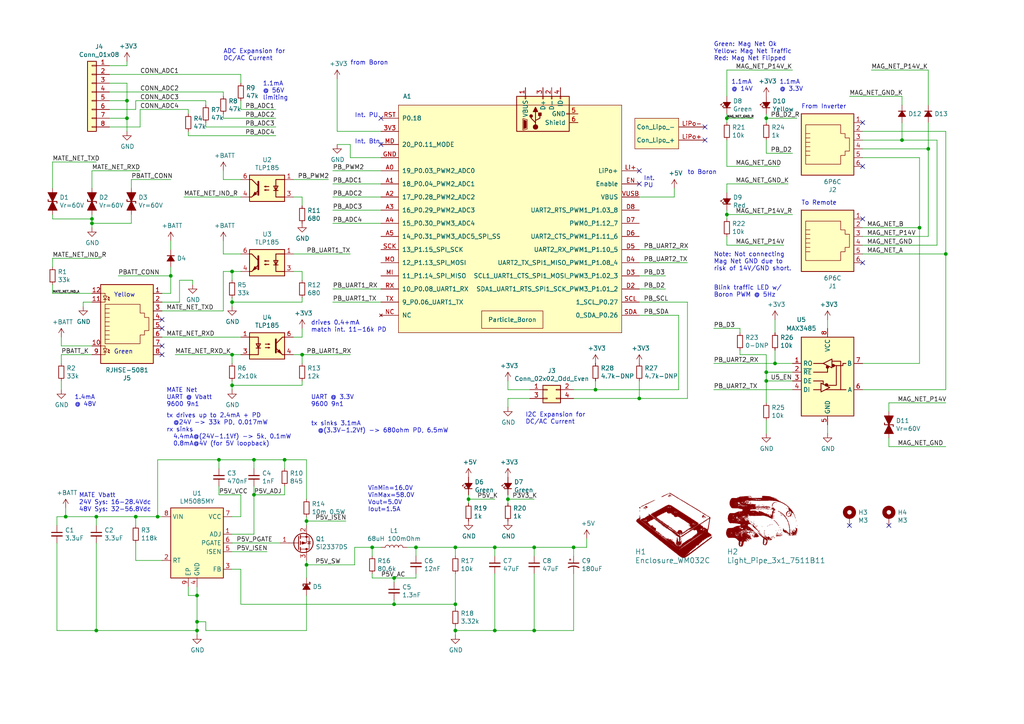
<source format=kicad_sch>
(kicad_sch (version 20211123) (generator eeschema)
  (paper "A4")
  (title_block (title "Mate Net Monitor") (date "2021-08-24") (rev "P1") (company "Designed By: Ian Hartwig") (comment 1 "Baseboard PCBA for MATE Net monitoring with a Particle Boron"))
  (lib_symbols
    (symbol "Connector:6P6C" (pin_names (offset 1.016))
      (property "Reference" "J" (at -5.08 11.43 0))
      (property "Value" "6P6C" (at 2.54 11.43 0))
      (symbol "6P6C_1_1"
        (pin passive line (at 10.16 -5.08 180) (length 2.54) (name "~") (number "1"))
        (pin passive line (at 10.16 -2.54 180) (length 2.54) (name "~") (number "2"))
        (pin passive line (at 10.16 0 180) (length 2.54) (name "~") (number "3"))
        (pin passive line (at 10.16 2.54 180) (length 2.54) (name "~") (number "4"))
        (pin passive line (at 10.16 5.08 180) (length 2.54) (name "~") (number "5"))
        (pin passive line (at 10.16 7.62 180) (length 2.54) (name "~") (number "6"))
      )
    )
    (symbol "Connector:RJ45_LED" (pin_names (offset 1.016))
      (property "Reference" "J" (at -5.08 13.97 0))
      (property "Value" "RJ45_LED" (at 1.27 13.97 0))
      (symbol "RJ45_LED_1_1"
        (pin passive line (at 10.16 -7.62 180) (length 2.54) (name "~") (number "1"))
        (pin passive line (at -10.16 7.62 0) (length 2.54) (name "~") (number "10"))
        (pin passive line (at -10.16 -5.08 0) (length 2.54) (name "~") (number "11"))
        (pin passive line (at -10.16 -7.62 0) (length 2.54) (name "~") (number "12"))
        (pin passive line (at 10.16 -5.08 180) (length 2.54) (name "~") (number "2"))
        (pin passive line (at 10.16 -2.54 180) (length 2.54) (name "~") (number "3"))
        (pin passive line (at 10.16 0 180) (length 2.54) (name "~") (number "4"))
        (pin passive line (at 10.16 2.54 180) (length 2.54) (name "~") (number "5"))
        (pin passive line (at 10.16 5.08 180) (length 2.54) (name "~") (number "6"))
        (pin passive line (at 10.16 7.62 180) (length 2.54) (name "~") (number "7"))
        (pin passive line (at 10.16 10.16 180) (length 2.54) (name "~") (number "8"))
        (pin passive line (at -10.16 10.16 0) (length 2.54) (name "~") (number "9"))
      )
    )
    (symbol "Connector_Generic:Conn_01x08" (pin_names (offset 1.016) hide)
      (property "Reference" "J" (at 0 10.16 0))
      (property "Value" "Conn_01x08" (at 0 -12.7 0))
      (symbol "Conn_01x08_1_1"
        (pin passive line (at -5.08 7.62 0) (length 3.81) (name "Pin_1") (number "1"))
        (pin passive line (at -5.08 5.08 0) (length 3.81) (name "Pin_2") (number "2"))
        (pin passive line (at -5.08 2.54 0) (length 3.81) (name "Pin_3") (number "3"))
        (pin passive line (at -5.08 0 0) (length 3.81) (name "Pin_4") (number "4"))
        (pin passive line (at -5.08 -2.54 0) (length 3.81) (name "Pin_5") (number "5"))
        (pin passive line (at -5.08 -5.08 0) (length 3.81) (name "Pin_6") (number "6"))
        (pin passive line (at -5.08 -7.62 0) (length 3.81) (name "Pin_7") (number "7"))
        (pin passive line (at -5.08 -10.16 0) (length 3.81) (name "Pin_8") (number "8"))
      )
    )
    (symbol "Connector_Generic:Conn_02x02_Odd_Even" (pin_names (offset 1.016) hide)
      (property "Reference" "J" (at 1.27 2.54 0))
      (property "Value" "Conn_02x02_Odd_Even" (at 1.27 -5.08 0))
      (symbol "Conn_02x02_Odd_Even_1_1"
        (pin passive line (at -5.08 0 0) (length 3.81) (name "Pin_1") (number "1"))
        (pin passive line (at 7.62 0 180) (length 3.81) (name "Pin_2") (number "2"))
        (pin passive line (at -5.08 -2.54 0) (length 3.81) (name "Pin_3") (number "3"))
        (pin passive line (at 7.62 -2.54 180) (length 3.81) (name "Pin_4") (number "4"))
      )
    )
    (symbol "Device:C_Small" (pin_numbers hide) (pin_names (offset 0.254) hide)
      (property "Reference" "C" (at 0.254 1.778 0))
      (property "Value" "C_Small" (at 0.254 -2.032 0))
      (symbol "C_Small_1_1"
        (pin passive line (at 0 2.54 270) (length 2.032) (name "~") (number "1"))
        (pin passive line (at 0 -2.54 90) (length 2.032) (name "~") (number "2"))
      )
    )
    (symbol "Device:L" (pin_numbers hide) (pin_names (offset 1.016) hide)
      (property "Reference" "L" (at -1.27 0 90))
      (property "Value" "L" (at 1.905 0 90))
      (symbol "L_1_1"
        (pin passive line (at 0 3.81 270) (length 1.27) (name "1") (number "1"))
        (pin passive line (at 0 -3.81 90) (length 1.27) (name "2") (number "2"))
      )
    )
    (symbol "Device:Q_PMOS_GSD" (pin_names (offset 0) hide)
      (property "Reference" "Q" (at 5.08 1.27 0))
      (property "Value" "Q_PMOS_GSD" (at 5.08 -1.27 0))
      (symbol "Q_PMOS_GSD_1_1"
        (pin input line (at -5.08 0 0) (length 2.54) (name "G") (number "1"))
        (pin passive line (at 2.54 -5.08 90) (length 2.54) (name "S") (number "2"))
        (pin passive line (at 2.54 5.08 270) (length 2.54) (name "D") (number "3"))
      )
    )
    (symbol "Device:R_Small" (pin_numbers hide) (pin_names (offset 0.254) hide)
      (property "Reference" "R" (at 0.762 0.508 0))
      (property "Value" "R_Small" (at 0.762 -1.016 0))
      (symbol "R_Small_1_1"
        (pin passive line (at 0 2.54 270) (length 0.762) (name "~") (number "1"))
        (pin passive line (at 0 -2.54 90) (length 0.762) (name "~") (number "2"))
      )
    )
    (symbol "Interface_UART:MAX3485"
      (property "Reference" "U" (at -6.096 11.43 0))
      (property "Value" "MAX3485" (at 0.762 11.43 0))
      (symbol "MAX3485_1_1"
        (pin output line (at -10.16 2.54 0) (length 2.54) (name "RO") (number "1"))
        (pin input line (at -10.16 0 0) (length 2.54) (name "~{RE}") (number "2"))
        (pin input line (at -10.16 -2.54 0) (length 2.54) (name "DE") (number "3"))
        (pin input line (at -10.16 -5.08 0) (length 2.54) (name "DI") (number "4"))
        (pin power_in line (at 0 -15.24 90) (length 2.54) (name "GND") (number "5"))
        (pin bidirectional line (at 10.16 -5.08 180) (length 2.54) (name "A") (number "6"))
        (pin bidirectional line (at 10.16 2.54 180) (length 2.54) (name "B") (number "7"))
        (pin power_in line (at 0 12.7 270) (length 2.54) (name "VCC") (number "8"))
      )
    )
    (symbol "Isolator:TLP185"
      (property "Reference" "U" (at -5.08 5.08 0))
      (property "Value" "TLP185" (at -5.08 -5.08 0))
      (symbol "TLP185_1_1"
        (pin passive line (at -7.62 2.54 0) (length 2.54) (name "~") (number "1"))
        (pin passive line (at -7.62 -2.54 0) (length 2.54) (name "~") (number "3"))
        (pin passive line (at 7.62 -2.54 180) (length 2.54) (name "~") (number "4"))
        (pin passive line (at 7.62 2.54 180) (length 2.54) (name "~") (number "6"))
      )
    )
    (symbol "Mechanical:MountingHole_Pad" (pin_numbers hide) (pin_names (offset 1.016) hide)
      (property "Reference" "H" (at 0 6.35 0))
      (property "Value" "MountingHole_Pad" (at 0 4.445 0))
      (symbol "MountingHole_Pad_1_1"
        (pin input line (at 0 -2.54 90) (length 2.54) (name "1") (number "1"))
      )
    )
    (symbol "mate-net-monitor-rescue:CP1_Small-Device" (pin_numbers hide) (pin_names (offset 0.254) hide)
      (property "Reference" "C" (at 0.254 1.778 0))
      (property "Value" "CP1_Small-Device" (at 0.254 -2.032 0))
      (symbol "CP1_Small-Device_1_1"
        (pin passive line (at 0 2.54 270) (length 2.032) (name "~") (number "1"))
        (pin passive line (at 0 -2.54 90) (length 2.032) (name "~") (number "2"))
      )
    )
    (symbol "mate-net-monitor-rescue:D_Schottky_Small_ALT-Device" (pin_numbers hide) (pin_names (offset 0.254) hide)
      (property "Reference" "D" (at -1.27 2.032 0))
      (property "Value" "D_Schottky_Small_ALT-Device" (at -7.112 -2.032 0))
      (symbol "D_Schottky_Small_ALT-Device_1_1"
        (pin passive line (at -2.54 0 0) (length 1.778) (name "K") (number "1"))
        (pin passive line (at 2.54 0 180) (length 1.778) (name "A") (number "2"))
      )
    )
    (symbol "mate-net-monitor-rescue:D_Small_ALT-Device" (pin_numbers hide) (pin_names (offset 0.254) hide)
      (property "Reference" "D" (at -1.27 2.032 0))
      (property "Value" "D_Small_ALT-Device" (at -3.81 -2.032 0))
      (symbol "D_Small_ALT-Device_1_1"
        (pin passive line (at -2.54 0 0) (length 1.778) (name "K") (number "1"))
        (pin passive line (at 2.54 0 180) (length 1.778) (name "A") (number "2"))
      )
    )
    (symbol "mate-net-monitor-rescue:D_TVS_ALT-Device" (pin_numbers hide) (pin_names (offset 1.016) hide)
      (property "Reference" "D" (at 0 2.54 0))
      (property "Value" "D_TVS_ALT-Device" (at 0 -2.54 0))
      (symbol "D_TVS_ALT-Device_1_1"
        (pin passive line (at -3.81 0 0) (length 2.54) (name "A1") (number "1"))
        (pin passive line (at 3.81 0 180) (length 2.54) (name "A2") (number "2"))
      )
    )
    (symbol "mate-net-monitor-rescue:LED_Small_ALT-Device" (pin_numbers hide) (pin_names (offset 0.254) hide)
      (property "Reference" "D" (at -1.27 3.175 0))
      (property "Value" "LED_Small_ALT-Device" (at -4.445 -2.54 0))
      (symbol "LED_Small_ALT-Device_1_1"
        (pin passive line (at -2.54 0 0) (length 1.778) (name "K") (number "1"))
        (pin passive line (at 2.54 0 180) (length 1.778) (name "A") (number "2"))
      )
    )
    (symbol "mate-net-monitor-special:Enclosure_WM032C" (pin_names (offset 1.016)))
    (symbol "mate-net-monitor-special:LM5085MY"
      (property "Reference" "U" (at -7.62 11.43 0))
      (property "Value" "LM5085MY" (at -1.27 11.43 0))
      (symbol "LM5085MY_1_1"
        (pin input line (at 10.16 2.54 180) (length 2.54) (name "ADJ") (number "1"))
        (pin input line (at -10.16 -5.08 0) (length 2.54) (name "RT") (number "2"))
        (pin input line (at 10.16 -7.62 180) (length 2.54) (name "FB") (number "3"))
        (pin power_in line (at 0 -12.7 90) (length 2.54) (name "GND") (number "4"))
        (pin input line (at 10.16 -2.54 180) (length 2.54) (name "ISEN") (number "5"))
        (pin output line (at 10.16 0 180) (length 2.54) (name "PGATE") (number "6"))
        (pin power_out line (at 10.16 7.62 180) (length 2.54) (name "VCC") (number "7"))
        (pin power_in line (at -10.16 7.62 0) (length 2.54) (name "VIN") (number "8"))
        (pin passive line (at -2.54 -12.7 90) (length 2.54) (name "EP") (number "9"))
      )
    )
    (symbol "mate-net-monitor-special:Light_Pipe_3x1_7511B11" (pin_names (offset 1.016)))
    (symbol "mate-net-monitor-special:Particle_Boron" (pin_names (offset 1.016))
      (property "Reference" "A" (at -21.59 29.21 0))
      (property "Value" "Particle_Boron" (at 1.27 -27.94 0))
      (symbol "Particle_Boron_1_1"
        (pin power_out line (at 5.08 39.37 270) (length 2.54) (name "VBUS") (number "1"))
        (pin passive line (at 12.7 39.37 270) (length 2.54) (name "D-") (number "2"))
        (pin passive line (at 10.16 39.37 270) (length 2.54) (name "D+") (number "3"))
        (pin power_in line (at -36.83 26.67 0) (length 5.08) (name "~") (number "3V3"))
        (pin passive line (at 15.24 39.37 270) (length 2.54) (name "ID") (number "4"))
        (pin power_out line (at 20.32 31.75 180) (length 2.54) (name "GND") (number "5"))
        (pin passive line (at 20.32 29.21 180) (length 2.54) (name "Shield") (number "6"))
        (pin bidirectional line (at -36.83 15.24 0) (length 5.08) (name "19_P0.03_PWM2_ADC0") (number "A0"))
        (pin bidirectional line (at -36.83 11.43 0) (length 5.08) (name "18_P0.04_PWM2_ADC1") (number "A1"))
        (pin bidirectional line (at -36.83 7.62 0) (length 5.08) (name "17_P0.28_PWM2_ADC2") (number "A2"))
        (pin bidirectional line (at -36.83 3.81 0) (length 5.08) (name "16_P0.29_PWM2_ADC3") (number "A3"))
        (pin bidirectional line (at -36.83 0 0) (length 5.08) (name "15_P0.30_PWM3_ADC4") (number "A4"))
        (pin bidirectional line (at -36.83 -3.81 0) (length 5.08) (name "14_P0.31_PWM3_ADC5_SPI_SS") (number "A5"))
        (pin bidirectional line (at 38.1 -19.05 180) (length 5.08) (name "SDA1_UART1_RTS_SPI1_SCK_PWM3_P1.01_2") (number "D2"))
        (pin bidirectional line (at 38.1 -15.24 180) (length 5.08) (name "SCL1_UART1_CTS_SPI1_MOSI_PWM3_P1.02_3") (number "D3"))
        (pin bidirectional line (at 38.1 -11.43 180) (length 5.08) (name "UART2_TX_SPI1_MISO_PWM1_P1.08_4") (number "D4"))
        (pin bidirectional line (at 38.1 -7.62 180) (length 5.08) (name "UART2_RX_PWM1_P1.10_5") (number "D5"))
        (pin bidirectional line (at 38.1 -3.81 180) (length 5.08) (name "UART2_CTS_PWM1_P1.11_6") (number "D6"))
        (pin bidirectional line (at 38.1 0 180) (length 5.08) (name "PWM0_P1.12_7") (number "D7"))
        (pin bidirectional line (at 38.1 3.81 180) (length 5.08) (name "UART2_RTS_PWM1_P1.03_8") (number "D8"))
        (pin passive line (at 38.1 11.43 180) (length 5.08) (name "Enable") (number "EN"))
        (pin power_in line (at -36.83 19.05 0) (length 5.08) (name "~") (number "GND"))
        (pin power_in line (at 38.1 15.24 180) (length 5.08) (name "LiPo+") (number "LI+"))
        (pin passive line (at 57.15 24.13 180) (length 7.62) (name "Con_Lipo_+") (number "LiPo+"))
        (pin passive line (at 57.15 27.94 180) (length 7.62) (name "Con_Lipo_-") (number "LiPo-"))
        (pin passive line (at -36.83 22.86 0) (length 5.08) (name "20_P0.11_MODE") (number "MD"))
        (pin bidirectional line (at -36.83 -15.24 0) (length 5.08) (name "11_P1.14_SPI_MISO") (number "MI"))
        (pin bidirectional line (at -36.83 -11.43 0) (length 5.08) (name "12_P1.13_SPI_MOSI") (number "MO"))
        (pin no_connect line (at -36.83 -26.67 0) (length 5.08) (name "NC") (number "NC"))
        (pin passive line (at -36.83 30.48 0) (length 5.08) (name "P0.18") (number "RST"))
        (pin input line (at -36.83 -19.05 0) (length 5.08) (name "10_P0.08_UART1_RX") (number "RX"))
        (pin bidirectional line (at -36.83 -7.62 0) (length 5.08) (name "13_P1.15_SPI_SCK") (number "SCK"))
        (pin bidirectional line (at 38.1 -22.86 180) (length 5.08) (name "1_SCL_P0.27") (number "SCL"))
        (pin bidirectional line (at 38.1 -26.67 180) (length 5.08) (name "0_SDA_P0.26") (number "SDA"))
        (pin output line (at -36.83 -22.86 0) (length 5.08) (name "9_P0.06_UART1_TX") (number "TX"))
        (pin power_in line (at 38.1 7.62 180) (length 5.08) (name "VBUS") (number "VUSB"))
      )
    )
    (symbol "power:+3.3V" (power) (pin_names (offset 0))
      (property "Value" "+3.3V" (at 0 3.556 0))
      (symbol "+3.3V_1_1"
        (pin power_in line (at 0 0 90) (length 0) hide (name "+3V3") (number "1"))
      )
    )
    (symbol "power:+3V3" (power) (pin_names (offset 0))
      (property "Value" "+3V3" (at 0 3.556 0))
      (symbol "+3V3_1_1"
        (pin power_in line (at 0 0 90) (length 0) hide (name "+3V3") (number "1"))
      )
    )
    (symbol "power:+5V" (power) (pin_names (offset 0))
      (property "Value" "+5V" (at 0 3.556 0))
      (symbol "+5V_1_1"
        (pin power_in line (at 0 0 90) (length 0) hide (name "+5V") (number "1"))
      )
    )
    (symbol "power:+BATT" (power) (pin_names (offset 0))
      (property "Value" "+BATT" (at 0 3.556 0))
      (symbol "+BATT_1_1"
        (pin power_in line (at 0 0 90) (length 0) hide (name "+BATT") (number "1"))
      )
    )
    (symbol "power:GND" (power) (pin_names (offset 0))
      (property "Value" "GND" (at 0 -3.81 0))
      (symbol "GND_1_1"
        (pin power_in line (at 0 0 270) (length 0) hide (name "GND") (number "1"))
      )
    )
  )
  (junction (at 135.89 144.78))
  (junction (at 210.82 34.29))
  (junction (at 26.67 63.5))
  (junction (at 57.15 182.88))
  (junction (at 36.83 29.21))
  (junction (at 143.51 158.75))
  (junction (at 67.31 87.63))
  (junction (at 73.66 133.35))
  (junction (at 82.55 133.35))
  (junction (at 120.65 158.75))
  (junction (at 73.66 143.51))
  (junction (at 57.15 180.34))
  (junction (at 132.08 182.88))
  (junction (at 36.83 34.29))
  (junction (at 67.31 78.74))
  (junction (at 222.25 34.29))
  (junction (at 27.94 149.86))
  (junction (at 67.31 111.76))
  (junction (at 87.63 102.87))
  (junction (at 222.25 107.95))
  (junction (at 114.3 175.26))
  (junction (at 132.08 158.75))
  (junction (at 39.37 149.86))
  (junction (at 49.53 80.01))
  (junction (at 166.37 158.75))
  (junction (at 269.24 43.18))
  (junction (at 45.72 149.86))
  (junction (at 154.94 158.75))
  (junction (at 261.62 40.64))
  (junction (at 63.5 133.35))
  (junction (at 19.05 149.86))
  (junction (at 224.79 105.41))
  (junction (at 266.7 66.04))
  (junction (at 88.9 151.13))
  (junction (at 210.82 62.23))
  (junction (at 185.42 115.57))
  (junction (at 114.3 167.64))
  (junction (at 107.95 158.75))
  (junction (at 172.72 113.03))
  (junction (at 132.08 175.26))
  (junction (at 26.67 64.77))
  (junction (at 154.94 182.88))
  (junction (at 67.31 102.87))
  (junction (at 222.25 110.49))
  (junction (at 274.32 73.66))
  (junction (at 88.9 163.83))
  (junction (at 143.51 182.88))
  (junction (at 57.15 172.72))
  (junction (at 147.32 144.78))
  (junction (at 27.94 182.88))
  (no_connect (at 110.49 41.91))
  (no_connect (at 46.99 92.71))
  (no_connect (at 250.19 76.2))
  (no_connect (at 246.38 152.4))
  (no_connect (at 185.42 49.53))
  (no_connect (at 250.19 63.5))
  (no_connect (at 110.49 34.29))
  (no_connect (at 204.47 36.83))
  (no_connect (at 185.42 53.34))
  (no_connect (at 46.99 95.25))
  (no_connect (at 250.19 35.56))
  (no_connect (at 46.99 100.33))
  (no_connect (at 46.99 102.87))
  (no_connect (at 204.47 40.64))
  (no_connect (at 250.19 48.26))
  (no_connect (at 257.81 152.4))
  (wire (pts (xy 250.19 105.41) (xy 266.7 105.41)))
  (wire (pts (xy 17.78 102.87) (xy 26.67 102.87)))
  (wire (pts (xy 64.77 69.85) (xy 64.77 73.66)))
  (wire (pts (xy 222.25 110.49) (xy 222.25 107.95)))
  (wire (pts (xy 195.58 54.61) (xy 195.58 57.15)))
  (wire (pts (xy 67.31 111.76) (xy 67.31 110.49)))
  (wire (pts (xy 15.24 85.09) (xy 26.67 85.09)))
  (wire (pts (xy 196.85 91.44) (xy 185.42 91.44)))
  (wire (pts (xy 185.42 83.82) (xy 193.04 83.82)))
  (wire (pts (xy 15.24 62.23) (xy 15.24 63.5)))
  (wire (pts (xy 266.7 45.72) (xy 250.19 45.72)))
  (wire (pts (xy 107.95 167.64) (xy 114.3 167.64)))
  (wire (pts (xy 107.95 166.37) (xy 107.95 167.64)))
  (wire (pts (xy 45.72 149.86) (xy 45.72 133.35)))
  (wire (pts (xy 107.95 158.75) (xy 110.49 158.75)))
  (wire (pts (xy 31.75 21.59) (xy 69.85 21.59)))
  (wire (pts (xy 199.39 115.57) (xy 199.39 87.63)))
  (wire (pts (xy 274.32 38.1) (xy 250.19 38.1)))
  (wire (pts (xy 82.55 135.89) (xy 82.55 133.35)))
  (wire (pts (xy 82.55 143.51) (xy 82.55 140.97)))
  (wire (pts (xy 38.1 52.07) (xy 49.53 52.07)))
  (wire (pts (xy 114.3 173.99) (xy 114.3 175.26)))
  (wire (pts (xy 49.53 85.09) (xy 46.99 85.09)))
  (wire (pts (xy 64.77 78.74) (xy 67.31 78.74)))
  (wire (pts (xy 185.42 115.57) (xy 199.39 115.57)))
  (wire (pts (xy 88.9 151.13) (xy 88.9 149.86)))
  (wire (pts (xy 69.85 175.26) (xy 69.85 165.1)))
  (wire (pts (xy 147.32 144.78) (xy 154.94 144.78)))
  (wire (pts (xy 69.85 143.51) (xy 69.85 149.86)))
  (wire (pts (xy 85.09 102.87) (xy 87.63 102.87)))
  (wire (pts (xy 269.24 35.56) (xy 269.24 43.18)))
  (wire (pts (xy 26.67 49.53) (xy 40.64 49.53)))
  (wire (pts (xy 59.69 36.83) (xy 80.01 36.83)))
  (wire (pts (xy 210.82 53.34) (xy 228.6 53.34)))
  (wire (pts (xy 132.08 184.15) (xy 132.08 182.88)))
  (wire (pts (xy 154.94 166.37) (xy 154.94 182.88)))
  (wire (pts (xy 17.78 105.41) (xy 17.78 102.87)))
  (wire (pts (xy 102.87 163.83) (xy 102.87 158.75)))
  (wire (pts (xy 132.08 182.88) (xy 143.51 182.88)))
  (wire (pts (xy 63.5 140.97) (xy 63.5 143.51)))
  (wire (pts (xy 185.42 76.2) (xy 199.39 76.2)))
  (wire (pts (xy 87.63 59.69) (xy 87.63 57.15)))
  (wire (pts (xy 59.69 182.88) (xy 59.69 180.34)))
  (wire (pts (xy 67.31 157.48) (xy 81.28 157.48)))
  (wire (pts (xy 85.09 78.74) (xy 87.63 78.74)))
  (wire (pts (xy 269.24 68.58) (xy 269.24 43.18)))
  (wire (pts (xy 274.32 73.66) (xy 274.32 38.1)))
  (wire (pts (xy 40.64 31.75) (xy 54.61 31.75)))
  (wire (pts (xy 170.18 156.21) (xy 170.18 158.75)))
  (wire (pts (xy 240.03 92.71) (xy 240.03 95.25)))
  (wire (pts (xy 16.51 152.4) (xy 16.51 149.86)))
  (wire (pts (xy 222.25 107.95) (xy 229.87 107.95)))
  (wire (pts (xy 40.64 36.83) (xy 40.64 31.75)))
  (wire (pts (xy 67.31 160.02) (xy 77.47 160.02)))
  (wire (pts (xy 110.49 57.15) (xy 96.52 57.15)))
  (wire (pts (xy 55.88 82.55) (xy 55.88 81.28)))
  (wire (pts (xy 224.79 101.6) (xy 224.79 105.41)))
  (wire (pts (xy 210.82 55.88) (xy 210.82 53.34)))
  (wire (pts (xy 38.1 64.77) (xy 38.1 62.23)))
  (wire (pts (xy 120.65 161.29) (xy 120.65 158.75)))
  (wire (pts (xy 143.51 158.75) (xy 154.94 158.75)))
  (wire (pts (xy 52.07 87.63) (xy 52.07 81.28)))
  (wire (pts (xy 207.01 113.03) (xy 229.87 113.03)))
  (wire (pts (xy 166.37 182.88) (xy 154.94 182.88)))
  (wire (pts (xy 210.82 33.02) (xy 210.82 34.29)))
  (wire (pts (xy 54.61 39.37) (xy 80.01 39.37)))
  (wire (pts (xy 67.31 113.03) (xy 67.31 111.76)))
  (wire (pts (xy 39.37 152.4) (xy 39.37 149.86)))
  (wire (pts (xy 88.9 163.83) (xy 88.9 162.56)))
  (wire (pts (xy 52.07 81.28) (xy 55.88 81.28)))
  (wire (pts (xy 73.66 133.35) (xy 82.55 133.35)))
  (wire (pts (xy 82.55 133.35) (xy 88.9 133.35)))
  (wire (pts (xy 27.94 157.48) (xy 27.94 182.88)))
  (wire (pts (xy 114.3 168.91) (xy 114.3 167.64)))
  (wire (pts (xy 59.69 30.48) (xy 59.69 29.21)))
  (wire (pts (xy 46.99 90.17) (xy 64.77 90.17)))
  (wire (pts (xy 63.5 133.35) (xy 73.66 133.35)))
  (wire (pts (xy 64.77 90.17) (xy 64.77 78.74)))
  (wire (pts (xy 154.94 182.88) (xy 143.51 182.88)))
  (wire (pts (xy 210.82 40.64) (xy 210.82 48.26)))
  (wire (pts (xy 88.9 133.35) (xy 88.9 144.78)))
  (wire (pts (xy 210.82 48.26) (xy 226.06 48.26)))
  (wire (pts (xy 110.49 83.82) (xy 96.52 83.82)))
  (wire (pts (xy 185.42 72.39) (xy 199.39 72.39)))
  (wire (pts (xy 53.34 57.15) (xy 69.85 57.15)))
  (wire (pts (xy 36.83 34.29) (xy 31.75 34.29)))
  (wire (pts (xy 46.99 87.63) (xy 52.07 87.63)))
  (wire (pts (xy 87.63 97.79) (xy 85.09 97.79)))
  (wire (pts (xy 27.94 152.4) (xy 27.94 149.86)))
  (wire (pts (xy 67.31 111.76) (xy 87.63 111.76)))
  (wire (pts (xy 19.05 147.32) (xy 19.05 149.86)))
  (wire (pts (xy 36.83 24.13) (xy 31.75 24.13)))
  (wire (pts (xy 132.08 175.26) (xy 132.08 166.37)))
  (wire (pts (xy 210.82 71.12) (xy 227.33 71.12)))
  (wire (pts (xy 87.63 102.87) (xy 101.6 102.87)))
  (wire (pts (xy 46.99 149.86) (xy 45.72 149.86)))
  (wire (pts (xy 87.63 78.74) (xy 87.63 81.28)))
  (wire (pts (xy 69.85 149.86) (xy 67.31 149.86)))
  (wire (pts (xy 257.81 119.38) (xy 257.81 116.84)))
  (wire (pts (xy 114.3 167.64) (xy 120.65 167.64)))
  (wire (pts (xy 27.94 182.88) (xy 57.15 182.88)))
  (wire (pts (xy 214.63 95.25) (xy 207.01 95.25)))
  (wire (pts (xy 26.67 64.77) (xy 26.67 66.04)))
  (wire (pts (xy 54.61 172.72) (xy 57.15 172.72)))
  (wire (pts (xy 207.01 105.41) (xy 224.79 105.41)))
  (wire (pts (xy 261.62 40.64) (xy 250.19 40.64)))
  (wire (pts (xy 214.63 96.52) (xy 214.63 95.25)))
  (wire (pts (xy 185.42 110.49) (xy 185.42 115.57)))
  (wire (pts (xy 166.37 158.75) (xy 170.18 158.75)))
  (wire (pts (xy 59.69 180.34) (xy 57.15 180.34)))
  (wire (pts (xy 222.25 40.64) (xy 222.25 44.45)))
  (wire (pts (xy 36.83 34.29) (xy 36.83 29.21)))
  (wire (pts (xy 15.24 74.93) (xy 29.21 74.93)))
  (wire (pts (xy 250.19 73.66) (xy 274.32 73.66)))
  (wire (pts (xy 250.19 66.04) (xy 266.7 66.04)))
  (wire (pts (xy 172.72 113.03) (xy 196.85 113.03)))
  (wire (pts (xy 57.15 182.88) (xy 57.15 184.15)))
  (wire (pts (xy 57.15 180.34) (xy 57.15 182.88)))
  (wire (pts (xy 15.24 46.99) (xy 27.94 46.99)))
  (wire (pts (xy 46.99 162.56) (xy 39.37 162.56)))
  (wire (pts (xy 88.9 163.83) (xy 102.87 163.83)))
  (wire (pts (xy 166.37 166.37) (xy 166.37 182.88)))
  (wire (pts (xy 172.72 110.49) (xy 172.72 113.03)))
  (wire (pts (xy 46.99 97.79) (xy 69.85 97.79)))
  (wire (pts (xy 240.03 125.73) (xy 240.03 123.19)))
  (wire (pts (xy 110.49 49.53) (xy 96.52 49.53)))
  (wire (pts (xy 166.37 115.57) (xy 185.42 115.57)))
  (wire (pts (xy 269.24 43.18) (xy 250.19 43.18)))
  (wire (pts (xy 199.39 87.63) (xy 185.42 87.63)))
  (wire (pts (xy 67.31 87.63) (xy 67.31 86.36)))
  (wire (pts (xy 97.79 22.86) (xy 97.79 38.1)))
  (wire (pts (xy 16.51 182.88) (xy 27.94 182.88)))
  (wire (pts (xy 88.9 152.4) (xy 88.9 151.13)))
  (wire (pts (xy 271.78 40.64) (xy 261.62 40.64)))
  (wire (pts (xy 57.15 170.18) (xy 57.15 172.72)))
  (wire (pts (xy 87.63 95.25) (xy 87.63 97.79)))
  (wire (pts (xy 63.5 143.51) (xy 69.85 143.51)))
  (wire (pts (xy 222.25 102.87) (xy 222.25 107.95)))
  (wire (pts (xy 38.1 54.61) (xy 38.1 52.07)))
  (wire (pts (xy 132.08 176.53) (xy 132.08 175.26)))
  (wire (pts (xy 64.77 34.29) (xy 80.01 34.29)))
  (wire (pts (xy 195.58 57.15) (xy 185.42 57.15)))
  (wire (pts (xy 257.81 129.54) (xy 274.32 129.54)))
  (wire (pts (xy 147.32 110.49) (xy 147.32 113.03)))
  (wire (pts (xy 250.19 71.12) (xy 271.78 71.12)))
  (wire (pts (xy 88.9 151.13) (xy 100.33 151.13)))
  (wire (pts (xy 107.95 161.29) (xy 107.95 158.75)))
  (wire (pts (xy 266.7 105.41) (xy 266.7 66.04)))
  (wire (pts (xy 15.24 63.5) (xy 26.67 63.5)))
  (wire (pts (xy 135.89 146.05) (xy 135.89 144.78)))
  (wire (pts (xy 27.94 149.86) (xy 19.05 149.86)))
  (wire (pts (xy 257.81 116.84) (xy 274.32 116.84)))
  (wire (pts (xy 102.87 158.75) (xy 107.95 158.75)))
  (wire (pts (xy 120.65 158.75) (xy 132.08 158.75)))
  (wire (pts (xy 67.31 105.41) (xy 67.31 102.87)))
  (wire (pts (xy 69.85 21.59) (xy 69.85 24.13)))
  (wire (pts (xy 67.31 81.28) (xy 67.31 78.74)))
  (wire (pts (xy 26.67 63.5) (xy 26.67 62.23)))
  (wire (pts (xy 69.85 165.1) (xy 67.31 165.1)))
  (wire (pts (xy 110.49 53.34) (xy 96.52 53.34)))
  (wire (pts (xy 69.85 29.21) (xy 69.85 31.75)))
  (wire (pts (xy 120.65 167.64) (xy 120.65 166.37)))
  (wire (pts (xy 135.89 144.78) (xy 135.89 143.51)))
  (wire (pts (xy 45.72 133.35) (xy 63.5 133.35)))
  (wire (pts (xy 250.19 68.58) (xy 269.24 68.58)))
  (wire (pts (xy 64.77 33.02) (xy 64.77 34.29)))
  (wire (pts (xy 222.25 34.29) (xy 222.25 33.02)))
  (wire (pts (xy 222.25 44.45) (xy 229.87 44.45)))
  (wire (pts (xy 266.7 66.04) (xy 266.7 45.72)))
  (wire (pts (xy 210.82 34.29) (xy 218.44 34.29)))
  (wire (pts (xy 210.82 20.32) (xy 229.87 20.32)))
  (wire (pts (xy 17.78 113.03) (xy 17.78 110.49)))
  (wire (pts (xy 69.85 31.75) (xy 80.01 31.75)))
  (wire (pts (xy 224.79 105.41) (xy 229.87 105.41)))
  (wire (pts (xy 45.72 149.86) (xy 39.37 149.86)))
  (wire (pts (xy 15.24 54.61) (xy 15.24 46.99)))
  (wire (pts (xy 67.31 78.74) (xy 69.85 78.74)))
  (wire (pts (xy 54.61 38.1) (xy 54.61 39.37)))
  (wire (pts (xy 39.37 149.86) (xy 27.94 149.86)))
  (wire (pts (xy 67.31 88.9) (xy 67.31 87.63)))
  (wire (pts (xy 214.63 102.87) (xy 222.25 102.87)))
  (wire (pts (xy 147.32 113.03) (xy 153.67 113.03)))
  (wire (pts (xy 85.09 52.07) (xy 95.25 52.07)))
  (wire (pts (xy 274.32 73.66) (xy 274.32 113.03)))
  (wire (pts (xy 88.9 167.64) (xy 88.9 163.83)))
  (wire (pts (xy 88.9 182.88) (xy 59.69 182.88)))
  (wire (pts (xy 57.15 172.72) (xy 57.15 180.34)))
  (wire (pts (xy 64.77 49.53) (xy 64.77 52.07)))
  (wire (pts (xy 147.32 144.78) (xy 147.32 143.51)))
  (wire (pts (xy 26.67 54.61) (xy 26.67 49.53)))
  (wire (pts (xy 59.69 35.56) (xy 59.69 36.83)))
  (wire (pts (xy 257.81 127) (xy 257.81 129.54)))
  (wire (pts (xy 224.79 92.71) (xy 224.79 96.52)))
  (wire (pts (xy 24.13 87.63) (xy 24.13 88.9)))
  (wire (pts (xy 73.66 135.89) (xy 73.66 133.35)))
  (wire (pts (xy 31.75 31.75) (xy 39.37 31.75)))
  (wire (pts (xy 73.66 143.51) (xy 73.66 140.97)))
  (wire (pts (xy 274.32 113.03) (xy 250.19 113.03)))
  (wire (pts (xy 166.37 113.03) (xy 172.72 113.03)))
  (wire (pts (xy 88.9 172.72) (xy 88.9 182.88)))
  (wire (pts (xy 15.24 82.55) (xy 15.24 85.09)))
  (wire (pts (xy 54.61 31.75) (xy 54.61 33.02)))
  (wire (pts (xy 261.62 27.94) (xy 246.38 27.94)))
  (wire (pts (xy 154.94 158.75) (xy 166.37 158.75)))
  (wire (pts (xy 222.25 35.56) (xy 222.25 34.29)))
  (wire (pts (xy 269.24 20.32) (xy 252.73 20.32)))
  (wire (pts (xy 154.94 161.29) (xy 154.94 158.75)))
  (wire (pts (xy 132.08 175.26) (xy 114.3 175.26)))
  (wire (pts (xy 87.63 111.76) (xy 87.63 110.49)))
  (wire (pts (xy 101.6 41.91) (xy 101.6 45.72)))
  (wire (pts (xy 110.49 87.63) (xy 96.52 87.63)))
  (wire (pts (xy 132.08 161.29) (xy 132.08 158.75)))
  (wire (pts (xy 271.78 71.12) (xy 271.78 40.64)))
  (wire (pts (xy 147.32 115.57) (xy 153.67 115.57)))
  (wire (pts (xy 222.25 116.84) (xy 222.25 110.49)))
  (wire (pts (xy 210.82 68.58) (xy 210.82 71.12)))
  (wire (pts (xy 87.63 57.15) (xy 85.09 57.15)))
  (wire (pts (xy 147.32 118.11) (xy 147.32 115.57)))
  (wire (pts (xy 269.24 30.48) (xy 269.24 20.32)))
  (wire (pts (xy 39.37 162.56) (xy 39.37 157.48)))
  (wire (pts (xy 67.31 154.94) (xy 73.66 154.94)))
  (wire (pts (xy 64.77 73.66) (xy 69.85 73.66)))
  (wire (pts (xy 31.75 26.67) (xy 64.77 26.67)))
  (wire (pts (xy 26.67 87.63) (xy 24.13 87.63)))
  (wire (pts (xy 36.83 29.21) (xy 31.75 29.21)))
  (wire (pts (xy 135.89 144.78) (xy 143.51 144.78)))
  (wire (pts (xy 49.53 69.85) (xy 49.53 72.39)))
  (wire (pts (xy 114.3 175.26) (xy 69.85 175.26)))
  (wire (pts (xy 87.63 86.36) (xy 87.63 87.63)))
  (wire (pts (xy 222.25 125.73) (xy 222.25 121.92)))
  (wire (pts (xy 59.69 29.21) (xy 39.37 29.21)))
  (wire (pts (xy 64.77 52.07) (xy 69.85 52.07)))
  (wire (pts (xy 214.63 101.6) (xy 214.63 102.87)))
  (wire (pts (xy 36.83 19.05) (xy 31.75 19.05)))
  (wire (pts (xy 261.62 30.48) (xy 261.62 27.94)))
  (wire (pts (xy 67.31 102.87) (xy 50.8 102.87)))
  (wire (pts (xy 73.66 154.94) (xy 73.66 143.51)))
  (wire (pts (xy 17.78 97.79) (xy 17.78 100.33)))
  (wire (pts (xy 101.6 45.72) (xy 110.49 45.72)))
  (wire (pts (xy 36.83 17.78) (xy 36.83 19.05)))
  (wire (pts (xy 210.82 34.29) (xy 210.82 35.56)))
  (wire (pts (xy 34.29 80.01) (xy 49.53 80.01)))
  (wire (pts (xy 143.51 182.88) (xy 143.51 166.37)))
  (wire (pts (xy 97.79 41.91) (xy 101.6 41.91)))
  (wire (pts (xy 222.25 34.29) (xy 231.14 34.29)))
  (wire (pts (xy 85.09 73.66) (xy 101.6 73.66)))
  (wire (pts (xy 210.82 27.94) (xy 210.82 20.32)))
  (wire (pts (xy 39.37 31.75) (xy 39.37 29.21)))
  (wire (pts (xy 210.82 62.23) (xy 210.82 60.96)))
  (wire (pts (xy 36.83 29.21) (xy 36.83 24.13)))
  (wire (pts (xy 36.83 38.1) (xy 36.83 34.29)))
  (wire (pts (xy 110.49 60.96) (xy 96.52 60.96)))
  (wire (pts (xy 143.51 161.29) (xy 143.51 158.75)))
  (wire (pts (xy 147.32 146.05) (xy 147.32 144.78)))
  (wire (pts (xy 185.42 80.01) (xy 193.04 80.01)))
  (wire (pts (xy 166.37 161.29) (xy 166.37 158.75)))
  (wire (pts (xy 132.08 158.75) (xy 143.51 158.75)))
  (wire (pts (xy 132.08 182.88) (xy 132.08 181.61)))
  (wire (pts (xy 15.24 74.93) (xy 15.24 77.47)))
  (wire (pts (xy 87.63 87.63) (xy 67.31 87.63)))
  (wire (pts (xy 26.67 63.5) (xy 26.67 64.77)))
  (wire (pts (xy 73.66 143.51) (xy 82.55 143.51)))
  (wire (pts (xy 222.25 110.49) (xy 229.87 110.49)))
  (wire (pts (xy 63.5 135.89) (xy 63.5 133.35)))
  (wire (pts (xy 87.63 105.41) (xy 87.63 102.87)))
  (wire (pts (xy 19.05 149.86) (xy 16.51 149.86)))
  (wire (pts (xy 67.31 102.87) (xy 69.85 102.87)))
  (wire (pts (xy 110.49 38.1) (xy 97.79 38.1)))
  (wire (pts (xy 54.61 170.18) (xy 54.61 172.72)))
  (wire (pts (xy 261.62 35.56) (xy 261.62 40.64)))
  (wire (pts (xy 110.49 64.77) (xy 96.52 64.77)))
  (wire (pts (xy 26.67 64.77) (xy 38.1 64.77)))
  (wire (pts (xy 210.82 63.5) (xy 210.82 62.23)))
  (wire (pts (xy 210.82 62.23) (xy 229.87 62.23)))
  (wire (pts (xy 31.75 36.83) (xy 40.64 36.83)))
  (wire (pts (xy 64.77 26.67) (xy 64.77 27.94)))
  (wire (pts (xy 118.11 158.75) (xy 120.65 158.75)))
  (wire (pts (xy 196.85 113.03) (xy 196.85 91.44)))
  (wire (pts (xy 49.53 80.01) (xy 49.53 85.09)))
  (wire (pts (xy 49.53 77.47) (xy 49.53 80.01)))
  (wire (pts (xy 16.51 157.48) (xy 16.51 182.88)))
  (wire (pts (xy 17.78 100.33) (xy 26.67 100.33)))
  (text "Int. Btn." (at 102.87 41.91 0) (effects (font (size 1.27 1.27)) (justify left bottom)))
  (text "Green" (at 33.02 102.87 0) (effects (font (size 1.27 1.27)) (justify left bottom)))
  (text "Int. PU" (at 102.87 34.29 0) (effects (font (size 1.27 1.27)) (justify left bottom)))
  (text "To Remote" (at 232.41 59.69 0) (effects (font (size 1.27 1.27)) (justify left bottom)))
  (text "ADC Expansion for\nDC/AC Current" (at 64.77 17.78 0) (effects (font (size 1.27 1.27)) (justify left bottom)))
  (text "Int.\nPU" (at 186.69 54.61 0) (effects (font (size 1.27 1.27)) (justify left bottom)))
  (text "Green: Mag Net Ok\nYellow: Mag Net Traffic\nRed: Mag Net Flipped" (at 207.01 17.78 0) (effects (font (size 1.27 1.27)) (justify left bottom)))
  (text "1.1mA\n@ 14V" (at 212.09 26.67 0) (effects (font (size 1.27 1.27)) (justify left bottom)))
  (text "MATE Net\nUART @ Vbatt\n9600 9n1" (at 48.26 118.11 0) (effects (font (size 1.27 1.27)) (justify left bottom)))
  (text "1.1mA\n@ 56V\nlimiting\n" (at 76.2 29.21 0) (effects (font (size 1.27 1.27)) (justify left bottom)))
  (text "drives 0.4+mA\nmatch int. 11-16k PD" (at 90.17 96.52 0) (effects (font (size 1.27 1.27)) (justify left bottom)))
  (text "Blink traffic LED w/\nBoron PWM @ 5Hz" (at 207.01 86.36 0) (effects (font (size 1.27 1.27)) (justify left bottom)))
  (text "VinMin=16.0V\nVinMax=58.0V\nVout=5.0V\nIout=1.5A" (at 106.68 148.59 0) (effects (font (size 1.27 1.27)) (justify left bottom)))
  (text "Note: Not connecting\nMag Net GND due to\nrisk of 14V/GND short." (at 207.01 78.74 0) (effects (font (size 1.27 1.27)) (justify left bottom)))
  (text "From Inverter" (at 232.41 31.75 0) (effects (font (size 1.27 1.27)) (justify left bottom)))
  (text "from Boron" (at 101.6 19.05 0) (effects (font (size 1.27 1.27)) (justify left bottom)))
  (text "MATE Vbatt\n24V Sys: 16-28.4Vdc\n48V Sys: 32-56.8Vdc" (at 22.86 148.59 0) (effects (font (size 1.27 1.27)) (justify left bottom)))
  (text "to Boron" (at 199.39 50.8 0) (effects (font (size 1.27 1.27)) (justify left bottom)))
  (text "tx sinks 3.1mA\n  @(3.3V-1.2Vf) -> 680ohm PD, 6.5mW" (at 90.17 125.73 0) (effects (font (size 1.27 1.27)) (justify left bottom)))
  (text "I2C Expansion for\nDC/AC Current" (at 152.4 123.19 0) (effects (font (size 1.27 1.27)) (justify left bottom)))
  (text "tx drives up to 2.4mA + PD\n  @24V -> 33k PD, 0.017mW\nrx sinks\n  4.4mA@(24V-1.1Vf) -> 5k, 0.1mW\n  0.8mA@4V (for 5V loopback)" (at 48.26 129.54 0) (effects (font (size 1.27 1.27)) (justify left bottom)))
  (text "1.4mA\n@ 48V" (at 21.59 118.11 0) (effects (font (size 1.27 1.27)) (justify left bottom)))
  (text "1.1mA\n@ 3.3V" (at 226.06 26.67 0) (effects (font (size 1.27 1.27)) (justify left bottom)))
  (text "UART @ 3.3V\n9600 9n1" (at 90.17 118.11 0) (effects (font (size 1.27 1.27)) (justify left bottom)))
  (text "Yellow" (at 33.02 86.36 0) (effects (font (size 1.27 1.27)) (justify left bottom)))
  (label "P5V_SW" (at 91.44 163.83 0))
  (label "P5V_AC" (at 110.49 167.64 0))
  (label "MAG_NET_GND" (at 213.36 48.26 0))
  (label "MATE_NET_RXD" (at 48.26 97.79 0))
  (label "PB_ADC4" (at 96.52 64.77 0))
  (label "PB_UART2_RX" (at 207.01 105.41 0))
  (label "PB_ADC4" (at 71.12 39.37 0))
  (label "MATE_NET_IND_R" (at 53.34 57.15 0))
  (label "PB_PWM2" (at 96.52 49.53 0))
  (label "MAG_NET_GND" (at 260.35 129.54 0))
  (label "PB_UART2_TX" (at 186.69 76.2 0))
  (label "MAG_NET_P14V_R" (at 213.36 62.23 0))
  (label "PB_ADC1" (at 71.12 31.75 0))
  (label "MAG_NET_GND_R" (at 210.82 34.29 0) (effects (font (size 0.635 0.635))))
  (label "P5V_ISEN" (at 68.58 160.02 0))
  (label "MAG_NET_GND_K" (at 213.36 53.34 0))
  (label "PB_ADC2" (at 96.52 57.15 0))
  (label "CONN_ADC3" (at 40.64 29.21 0))
  (label "PBATT_CONN" (at 34.29 80.01 0))
  (label "MAG_NET_P14V" (at 251.46 68.58 0))
  (label "P5V_VCC" (at 63.5 143.51 0))
  (label "PB_UART1_TX" (at 88.9 73.66 0))
  (label "PB_D3" (at 186.69 80.01 0))
  (label "PB_D2" (at 223.52 44.45 0))
  (label "MAG_NET_P14V_K" (at 252.73 20.32 0))
  (label "PB_PWM2" (at 86.36 52.07 0))
  (label "MAG_NET_B" (at 251.46 66.04 0))
  (label "PB_UART2_RX" (at 186.69 72.39 0))
  (label "MATE_NET_IND_R" (at 15.24 74.93 0))
  (label "PB_ADC3" (at 71.12 36.83 0))
  (label "PB_D2_R" (at 223.52 34.29 0))
  (label "CONN_ADC1" (at 40.64 21.59 0))
  (label "MAG_NET_P14V_K" (at 213.36 20.32 0))
  (label "PB_UART1_RX" (at 96.52 83.82 0))
  (label "PB_ADC2" (at 71.12 34.29 0))
  (label "PB_UART2_TX" (at 207.01 113.03 0))
  (label "PB_UART1_TX" (at 96.52 87.63 0))
  (label "MATE_NET_RXD_K" (at 50.8 102.87 0))
  (label "U5_EN" (at 223.52 110.49 0))
  (label "PB_D3" (at 207.01 95.25 0))
  (label "MAG_NET_GND_K" (at 246.38 27.94 0))
  (label "P5V_K" (at 138.43 144.78 0))
  (label "PB_SCL" (at 186.69 87.63 0))
  (label "MATE_NET_RXD" (at 26.67 49.53 0))
  (label "P3V3_K" (at 148.59 144.78 0))
  (label "MAG_NET_P14V" (at 213.36 71.12 0))
  (label "PB_SDA" (at 186.69 91.44 0))
  (label "MAG_NET_A" (at 251.46 73.66 0))
  (label "PBATT_CONN" (at 38.1 52.07 0))
  (label "MAG_NET_P14V" (at 260.35 116.84 0))
  (label "PB_ADC3" (at 96.52 60.96 0))
  (label "MATE_NET_IND_A" (at 15.24 85.09 0) (effects (font (size 0.635 0.635))))
  (label "PBATT_K" (at 17.78 102.87 0))
  (label "P5V_ADJ" (at 73.66 143.51 0))
  (label "P5V_ISEN" (at 91.44 151.13 0))
  (label "PB_D2" (at 186.69 83.82 0))
  (label "P5V_PGATE" (at 68.58 157.48 0))
  (label "CONN_ADC2" (at 40.64 26.67 0))
  (label "MATE_NET_TXD" (at 15.24 46.99 0))
  (label "MAG_NET_GND" (at 251.46 71.12 0))
  (label "CONN_ADC4" (at 40.64 31.75 0))
  (label "PB_ADC1" (at 96.52 53.34 0))
  (label "PB_UART1_RX" (at 88.9 102.87 0))
  (label "MATE_NET_TXD" (at 48.26 90.17 0))
  (symbol (lib_id "mate-net-monitor-special:Particle_Boron") (at 147.32 64.77 0) (unit 1)
    (property "Reference" "A1" (at 118.11 27.94 0))
    (property "Value" "Particle_Boron" (at 148.59 92.71 0))
    (property "Footprint" "mate-net-monitor-special:Particle_Boron_1x16_1x12_P2.54mm" (effects hide))
  )
  (symbol (lib_id "Connector:RJ45_LED") (at 36.83 92.71 0) (mirror x) (unit 1)
    (property "Reference" "J5" (at 36.83 109.6518 0))
    (property "Value" "RJHSE-5081" (at 36.83 107.3404 0))
    (property "Footprint" "mate-net-monitor-special:RJ45_Amphenol_RJHSE508X" (effects hide))
  )
  (symbol (lib_id "Connector:6P6C") (at 240.03 40.64 0) (mirror x) (unit 1)
    (property "Reference" "J2" (at 241.4778 55.0418 0))
    (property "Value" "6P6C" (at 241.4778 52.7304 0))
    (property "Footprint" "Connector_RJ:RJ12_Amphenol_54601" (effects hide))
    (property "Mfg" "Amphenol ICC (FCI)" (effects hide))
    (property "Mfg PN" "54601-906WPLF" (effects hide))
    (property "Mfg 2" "Amphenol ICC (FCI)" (effects hide))
    (property "Mfg 2 PN" "54601-906002WPLF" (effects hide))
    (property "Mfg 3" "Assmann WSW Components" (effects hide))
    (property "Mfg 3 PN" "A-2004-0-4-LP-N-R" (effects hide))
  )
  (symbol (lib_id "mate-net-monitor-special:Enclosure_WM032C") (at 195.58 152.4 0) (unit 1)
    (property "Reference" "H1" (at 184.15 160.02 0) (effects (font (size 1.524 1.524)) (justify left)))
    (property "Value" "Enclosure_WM032C" (at 184.15 162.56 0) (effects (font (size 1.524 1.524)) (justify left)))
    (property "Footprint" "mate-net-monitor-special:Enclosure_WM032C" (effects hide))
    (property "Mfg" "Serpac" (effects hide))
    (property "Mfg PN" "WM032C" (effects hide))
  )
  (symbol (lib_id "mate-net-monitor-special:Light_Pipe_3x1_7511B11") (at 220.98 151.13 0) (unit 1)
    (property "Reference" "H2" (at 210.82 160.02 0) (effects (font (size 1.524 1.524)) (justify left)))
    (property "Value" "Light_Pipe_3x1_7511B11" (at 210.82 162.56 0) (effects (font (size 1.524 1.524)) (justify left)))
    (property "Footprint" "mate-net-monitor-special:Light_Pipe_3x1_7511B11" (effects hide))
    (property "Mfg" "Visual Communications Company" (effects hide))
    (property "Mfg PN" "7511B11" (effects hide))
  )
  (symbol (lib_id "Mechanical:MountingHole_Pad") (at 246.38 149.86 0) (unit 1)
    (property "Reference" "H3" (at 248.92 148.6154 0) (effects (justify left)))
    (property "Value" "M3" (at 248.92 150.9268 0) (effects (justify left)))
    (property "Footprint" "mate-net-monitor-special:MountingHole_3mm_Pad_Via_NoPTH" (effects hide))
  )
  (symbol (lib_id "Mechanical:MountingHole_Pad") (at 257.81 149.86 0) (unit 1)
    (property "Reference" "H4" (at 260.35 148.6154 0) (effects (justify left)))
    (property "Value" "M3" (at 260.35 150.9268 0) (effects (justify left)))
    (property "Footprint" "mate-net-monitor-special:MountingHole_3mm_Pad_Via_NoPTH" (effects hide))
  )
  (symbol (lib_id "Connector:6P6C") (at 240.03 68.58 0) (mirror x) (unit 1)
    (property "Reference" "J1" (at 241.4778 82.9818 0))
    (property "Value" "6P6C" (at 241.4778 80.6704 0))
    (property "Footprint" "Connector_RJ:RJ12_Amphenol_54601" (effects hide))
    (property "Mfg" "Amphenol ICC (FCI)" (effects hide))
    (property "Mfg PN" "54601-906WPLF" (effects hide))
    (property "Mfg 2" "Amphenol ICC (FCI)" (effects hide))
    (property "Mfg 2 PN" "54601-906002WPLF" (effects hide))
    (property "Mfg 3" "Assmann WSW Components" (effects hide))
    (property "Mfg 3 PN" "A-2004-0-4-LP-N-R" (effects hide))
  )
  (symbol (lib_id "Isolator:TLP185") (at 77.47 100.33 0) (unit 1)
    (property "Reference" "U4" (at 77.47 92.075 0))
    (property "Value" "TLP185" (at 77.47 94.3864 0))
    (property "Footprint" "Package_SO:SOIC-4_4.55x3.7mm_P2.54mm" (effects hide))
    (property "Datasheet" "https://toshiba.semicon-storage.com/info/docget.jsp?did=11791&prodName=TLP185" (effects hide))
    (property "Mfg" "Wurth Elektronik" (effects hide))
    (property "Mfg PN" "140356145100" (effects hide))
    (property "Mfg 2" "Toshiba Semiconductor and Storage" (effects hide))
    (property "Mfg 2 PN" "TLP185(SE" (effects hide))
  )
  (symbol (lib_id "Isolator:TLP185") (at 77.47 76.2 0) (mirror y) (unit 1)
    (property "Reference" "U3" (at 77.47 67.945 0))
    (property "Value" "TLP185" (at 77.47 70.2564 0))
    (property "Footprint" "Package_SO:SOIC-4_4.55x3.7mm_P2.54mm" (effects hide))
    (property "Datasheet" "https://toshiba.semicon-storage.com/info/docget.jsp?did=11791&prodName=TLP185" (effects hide))
    (property "Mfg" "Wurth Elektronik" (effects hide))
    (property "Mfg PN" "140356145100" (effects hide))
    (property "Mfg 2" "Toshiba Semiconductor and Storage" (effects hide))
    (property "Mfg 2 PN" "TLP185(SE" (effects hide))
  )
  (symbol (lib_id "mate-net-monitor-special:LM5085MY") (at 57.15 157.48 0) (unit 1)
    (property "Reference" "U1" (at 57.15 143.0782 0))
    (property "Value" "LM5085MY" (at 57.15 145.3896 0))
    (property "Footprint" "mate-net-monitor-special:MSOP-8-1EP_3x3mm_P0.65mm_EP1.88x2mm_ThermalVias0.3mm" (effects hide))
    (property "Datasheet" "https://www.ti.com/lit/ds/symlink/lm5085.pdf" (effects hide))
  )
  (symbol (lib_id "Device:Q_PMOS_GSD") (at 86.36 157.48 0) (mirror x) (unit 1)
    (property "Reference" "Q1" (at 91.5416 156.3116 0) (effects (justify left)))
    (property "Value" "Si2337DS" (at 91.5416 158.623 0) (effects (justify left)))
    (property "Footprint" "Package_TO_SOT_SMD:SOT-23" (effects hide))
    (property "Mfg" "Vishay Siliconix" (effects hide))
    (property "Mfg PN" "SI2337DS-T1-E3" (effects hide))
  )
  (symbol (lib_id "power:GND") (at 57.15 184.15 0) (unit 1)
    (property "Reference" "#PWR0101" (effects hide))
    (property "Value" "GND" (at 57.277 188.5442 0))
  )
  (symbol (lib_id "Device:C_Small") (at 27.94 154.94 0) (unit 1)
    (property "Reference" "C2" (at 30.2768 153.7716 0) (effects (justify left)))
    (property "Value" "3.3uF" (at 30.2768 156.083 0) (effects (justify left)))
    (property "Footprint" "Capacitor_SMD:C_1210_3225Metric" (effects hide))
  )
  (symbol (lib_id "Device:R_Small") (at 39.37 154.94 0) (unit 1)
    (property "Reference" "R3" (at 40.8686 153.7716 0) (effects (justify left)))
    (property "Value" "118k" (at 40.8686 156.083 0) (effects (justify left)))
    (property "Footprint" "Resistor_SMD:R_0805_2012Metric" (effects hide))
  )
  (symbol (lib_id "Device:C_Small") (at 63.5 138.43 0) (unit 1)
    (property "Reference" "C3" (at 65.8368 137.2616 0) (effects (justify left)))
    (property "Value" "470nF" (at 65.8368 139.573 0) (effects (justify left)))
    (property "Footprint" "Capacitor_SMD:C_0805_2012Metric" (effects hide))
  )
  (symbol (lib_id "Device:C_Small") (at 73.66 138.43 0) (unit 1)
    (property "Reference" "C4" (at 75.9968 137.2616 0) (effects (justify left)))
    (property "Value" "1nF" (at 75.9968 139.573 0) (effects (justify left)))
    (property "Footprint" "Capacitor_SMD:C_0805_2012Metric" (effects hide))
  )
  (symbol (lib_id "Device:R_Small") (at 82.55 138.43 0) (unit 1)
    (property "Reference" "R10" (at 84.0486 137.2616 0) (effects (justify left)))
    (property "Value" "845" (at 84.0486 139.573 0) (effects (justify left)))
    (property "Footprint" "Resistor_SMD:R_0805_2012Metric" (effects hide))
  )
  (symbol (lib_id "Device:R_Small") (at 88.9 147.32 0) (unit 1)
    (property "Reference" "R14" (at 90.3986 146.1516 0) (effects (justify left)))
    (property "Value" "10m 0.5W" (at 90.3986 148.463 0) (effects (justify left)))
    (property "Footprint" "Resistor_SMD:R_1206_3216Metric" (effects hide))
  )
  (symbol (lib_id "mate-net-monitor-rescue:D_Schottky_Small_ALT-Device") (at 88.9 170.18 270) (unit 1)
    (property "Reference" "D5" (at 90.678 170.18 90) (effects (justify left)))
    (property "Value" "D_Schottky_Small_ALT" (effects hide))
    (property "Footprint" "Diode_SMD:D_SMA" (effects hide))
    (property "Mfg" "SMC Diode Solutions" (effects hide))
    (property "Mfg PN" "SK220ATR" (effects hide))
    (property "Mfg 2" "Murata" (effects hide))
    (property "Mfg PN 2" "MURA220T3G" (effects hide))
  )
  (symbol (lib_id "Device:L") (at 114.3 158.75 90) (unit 1)
    (property "Reference" "L1" (at 114.3 153.924 90))
    (property "Value" "68uH 100mOhm" (at 114.3 156.2354 90))
    (property "Footprint" "Inductor_SMD:L_Bourns_SRR1210A" (effects hide))
    (property "Mfg" "Bourns" (effects hide))
    (property "Mfg PN" "SRR1210-680M" (effects hide))
  )
  (symbol (lib_id "Device:R_Small") (at 107.95 163.83 0) (unit 1)
    (property "Reference" "R16" (at 109.4486 162.6616 0) (effects (justify left)))
    (property "Value" "80.6k" (at 109.4486 164.973 0) (effects (justify left)))
    (property "Footprint" "Resistor_SMD:R_0805_2012Metric" (effects hide))
  )
  (symbol (lib_id "Device:C_Small") (at 120.65 163.83 0) (unit 1)
    (property "Reference" "C6" (at 122.9868 162.6616 0) (effects (justify left)))
    (property "Value" "12nF" (at 122.9868 164.973 0) (effects (justify left)))
    (property "Footprint" "Capacitor_SMD:C_0805_2012Metric" (effects hide))
  )
  (symbol (lib_id "Device:C_Small") (at 114.3 171.45 0) (unit 1)
    (property "Reference" "C5" (at 116.6368 170.2816 0) (effects (justify left)))
    (property "Value" "1.3nF" (at 116.6368 172.593 0) (effects (justify left)))
    (property "Footprint" "Capacitor_SMD:C_0805_2012Metric" (effects hide))
  )
  (symbol (lib_id "Device:R_Small") (at 132.08 163.83 0) (unit 1)
    (property "Reference" "R17" (at 133.5786 162.6616 0) (effects (justify left)))
    (property "Value" "10k" (at 133.5786 164.973 0) (effects (justify left)))
    (property "Footprint" "Resistor_SMD:R_0805_2012Metric" (effects hide))
  )
  (symbol (lib_id "Device:R_Small") (at 132.08 179.07 0) (unit 1)
    (property "Reference" "R18" (at 133.5786 177.9016 0) (effects (justify left)))
    (property "Value" "3.32k" (at 133.5786 180.213 0) (effects (justify left)))
    (property "Footprint" "Resistor_SMD:R_0805_2012Metric" (effects hide))
  )
  (symbol (lib_id "Device:C_Small") (at 143.51 163.83 0) (unit 1)
    (property "Reference" "C7" (at 145.8468 162.6616 0) (effects (justify left)))
    (property "Value" "47uF" (at 145.8468 164.973 0) (effects (justify left)))
    (property "Footprint" "Capacitor_SMD:C_1206_3216Metric" (effects hide))
  )
  (symbol (lib_id "power:GND") (at 132.08 184.15 0) (unit 1)
    (property "Reference" "#PWR0102" (effects hide))
    (property "Value" "GND" (at 132.207 188.5442 0))
  )
  (symbol (lib_id "Device:C_Small") (at 154.94 163.83 0) (unit 1)
    (property "Reference" "C8" (at 157.2768 162.6616 0) (effects (justify left)))
    (property "Value" "47uF" (at 157.2768 164.973 0) (effects (justify left)))
    (property "Footprint" "Capacitor_SMD:C_1206_3216Metric" (effects hide))
  )
  (symbol (lib_id "Device:C_Small") (at 16.51 154.94 0) (unit 1)
    (property "Reference" "C1" (at 18.8468 153.7716 0) (effects (justify left)))
    (property "Value" "3.3uF" (at 18.8468 156.083 0) (effects (justify left)))
    (property "Footprint" "Capacitor_SMD:C_1210_3225Metric" (effects hide))
  )
  (symbol (lib_id "power:+BATT") (at 19.05 147.32 0) (unit 1)
    (property "Reference" "#PWR0103" (effects hide))
    (property "Value" "+BATT" (at 19.431 142.9258 0))
  )
  (symbol (lib_id "power:+5V") (at 170.18 156.21 0) (unit 1)
    (property "Reference" "#PWR0104" (effects hide))
    (property "Value" "+5V" (at 170.561 151.8158 0))
  )
  (symbol (lib_id "power:+BATT") (at 49.53 69.85 0) (unit 1)
    (property "Reference" "#PWR0105" (effects hide))
    (property "Value" "+BATT" (at 49.911 65.4558 0))
  )
  (symbol (lib_id "power:GND") (at 55.88 82.55 0) (unit 1)
    (property "Reference" "#PWR0106" (effects hide))
    (property "Value" "GND" (at 56.007 86.9442 0))
  )
  (symbol (lib_id "mate-net-monitor-rescue:D_Small_ALT-Device") (at 49.53 74.93 270) (unit 1)
    (property "Reference" "D4" (at 51.308 74.93 90) (effects (justify left)))
    (property "Value" "D_Small_ALT" (effects hide))
    (property "Footprint" "Diode_SMD:D_SMA" (effects hide))
    (property "Mfg" "SMC Diode Solutions" (effects hide))
    (property "Mfg PN" "SK220ATR" (effects hide))
  )
  (symbol (lib_id "power:GND") (at 67.31 113.03 0) (unit 1)
    (property "Reference" "#PWR0107" (effects hide))
    (property "Value" "GND" (at 67.437 117.4242 0))
  )
  (symbol (lib_id "Device:R_Small") (at 67.31 107.95 0) (unit 1)
    (property "Reference" "R6" (at 68.8086 106.7816 0) (effects (justify left)))
    (property "Value" "2x10k" (at 68.8086 109.093 0) (effects (justify left)))
    (property "Footprint" "Resistor_SMD:R_0805_2012Metric" (effects hide))
  )
  (symbol (lib_id "Device:R_Small") (at 87.63 107.95 0) (unit 1)
    (property "Reference" "R13" (at 89.1286 106.7816 0) (effects (justify left)))
    (property "Value" "12k" (at 89.1286 109.093 0) (effects (justify left)))
    (property "Footprint" "Resistor_SMD:R_0805_2012Metric" (effects hide))
  )
  (symbol (lib_id "Device:R_Small") (at 87.63 83.82 0) (unit 1)
    (property "Reference" "R12" (at 89.1286 82.6516 0) (effects (justify left)))
    (property "Value" "680" (at 89.1286 84.963 0) (effects (justify left)))
    (property "Footprint" "Resistor_SMD:R_0805_2012Metric" (effects hide))
  )
  (symbol (lib_id "Device:R_Small") (at 67.31 83.82 0) (unit 1)
    (property "Reference" "R5" (at 68.8086 82.6516 0) (effects (justify left)))
    (property "Value" "33k" (at 68.8086 84.963 0) (effects (justify left)))
    (property "Footprint" "Resistor_SMD:R_0805_2012Metric" (effects hide))
  )
  (symbol (lib_id "power:+3.3V") (at 97.79 22.86 0) (unit 1)
    (property "Reference" "#PWR0108" (effects hide))
    (property "Value" "+3.3V" (at 98.171 18.4658 0))
  )
  (symbol (lib_id "power:+3.3V") (at 87.63 95.25 0) (unit 1)
    (property "Reference" "#PWR0109" (effects hide))
    (property "Value" "+3.3V" (at 88.011 90.8558 0))
  )
  (symbol (lib_id "power:GND") (at 97.79 41.91 0) (unit 1)
    (property "Reference" "#PWR0110" (effects hide))
    (property "Value" "GND" (at 97.917 46.3042 0))
  )
  (symbol (lib_id "power:GND") (at 67.31 88.9 0) (unit 1)
    (property "Reference" "#PWR0111" (effects hide))
    (property "Value" "GND" (at 67.437 93.2942 0))
  )
  (symbol (lib_id "power:+BATT") (at 64.77 69.85 0) (unit 1)
    (property "Reference" "#PWR0112" (effects hide))
    (property "Value" "+BATT" (at 65.151 65.4558 0))
  )
  (symbol (lib_id "Device:R_Small") (at 17.78 107.95 0) (unit 1)
    (property "Reference" "R2" (at 19.2786 106.7816 0) (effects (justify left)))
    (property "Value" "33k" (at 19.2786 109.093 0) (effects (justify left)))
    (property "Footprint" "Resistor_SMD:R_0805_2012Metric" (effects hide))
  )
  (symbol (lib_id "power:GND") (at 17.78 113.03 0) (unit 1)
    (property "Reference" "#PWR0113" (effects hide))
    (property "Value" "GND" (at 17.907 117.4242 0))
  )
  (symbol (lib_id "power:+BATT") (at 17.78 97.79 0) (unit 1)
    (property "Reference" "#PWR0114" (effects hide))
    (property "Value" "+BATT" (at 18.161 93.3958 0))
  )
  (symbol (lib_id "power:+3.3V") (at 36.83 17.78 0) (unit 1)
    (property "Reference" "#PWR0115" (effects hide))
    (property "Value" "+3.3V" (at 37.211 13.3858 0))
  )
  (symbol (lib_id "power:GND") (at 36.83 38.1 0) (unit 1)
    (property "Reference" "#PWR0116" (effects hide))
    (property "Value" "GND" (at 36.957 42.4942 0))
  )
  (symbol (lib_id "Device:R_Small") (at 69.85 26.67 0) (unit 1)
    (property "Reference" "R9" (at 71.3486 25.5016 0) (effects (justify left)))
    (property "Value" "47k" (at 71.3486 27.813 0) (effects (justify left)))
    (property "Footprint" "Resistor_SMD:R_0805_2012Metric" (effects hide))
  )
  (symbol (lib_id "Device:R_Small") (at 64.77 30.48 0) (unit 1)
    (property "Reference" "R8" (at 66.2686 29.3116 0) (effects (justify left)))
    (property "Value" "47k" (at 66.2686 31.623 0) (effects (justify left)))
    (property "Footprint" "Resistor_SMD:R_0805_2012Metric" (effects hide))
  )
  (symbol (lib_id "Device:R_Small") (at 59.69 33.02 0) (unit 1)
    (property "Reference" "R7" (at 61.1886 31.8516 0) (effects (justify left)))
    (property "Value" "47k" (at 61.1886 34.163 0) (effects (justify left)))
    (property "Footprint" "Resistor_SMD:R_0805_2012Metric" (effects hide))
  )
  (symbol (lib_id "Device:R_Small") (at 54.61 35.56 0) (unit 1)
    (property "Reference" "R4" (at 56.1086 34.3916 0) (effects (justify left)))
    (property "Value" "47k" (at 56.1086 36.703 0) (effects (justify left)))
    (property "Footprint" "Resistor_SMD:R_0805_2012Metric" (effects hide))
  )
  (symbol (lib_id "Interface_UART:MAX3485") (at 240.03 107.95 0) (unit 1)
    (property "Reference" "U5" (at 232.41 92.71 0))
    (property "Value" "MAX3485" (at 232.41 95.25 0))
    (property "Footprint" "Package_SO:SOIC-8_3.9x4.9mm_P1.27mm" (effects hide))
    (property "Datasheet" "https://datasheets.maximintegrated.com/en/ds/MAX3483-MAX3491.pdf" (effects hide))
  )
  (symbol (lib_id "power:GND") (at 240.03 125.73 0) (unit 1)
    (property "Reference" "#PWR0117" (effects hide))
    (property "Value" "GND" (at 240.157 130.1242 0))
  )
  (symbol (lib_id "power:+3V3") (at 240.03 92.71 0) (unit 1)
    (property "Reference" "#PWR0118" (effects hide))
    (property "Value" "+3V3" (at 240.411 88.3158 0))
  )
  (symbol (lib_id "Device:R_Small") (at 222.25 119.38 0) (unit 1)
    (property "Reference" "R25" (at 223.7486 118.2116 0) (effects (justify left)))
    (property "Value" "10k" (at 223.7486 120.523 0) (effects (justify left)))
    (property "Footprint" "Resistor_SMD:R_0805_2012Metric" (effects hide))
  )
  (symbol (lib_id "Device:R_Small") (at 224.79 99.06 0) (unit 1)
    (property "Reference" "R26" (at 226.2886 97.8916 0) (effects (justify left)))
    (property "Value" "10k" (at 226.2886 100.203 0) (effects (justify left)))
    (property "Footprint" "Resistor_SMD:R_0805_2012Metric" (effects hide))
  )
  (symbol (lib_id "power:+3V3") (at 224.79 92.71 0) (unit 1)
    (property "Reference" "#PWR0120" (effects hide))
    (property "Value" "+3V3" (at 225.171 88.3158 0))
  )
  (symbol (lib_id "power:GND") (at 222.25 125.73 0) (unit 1)
    (property "Reference" "#PWR0119" (effects hide))
    (property "Value" "GND" (at 222.377 130.1242 0))
  )
  (symbol (lib_id "Device:R_Small") (at 214.63 99.06 0) (unit 1)
    (property "Reference" "R23" (at 216.1286 97.8916 0) (effects (justify left)))
    (property "Value" "0-DNP" (at 216.1286 100.203 0) (effects (justify left)))
    (property "Footprint" "Resistor_SMD:R_0805_2012Metric" (effects hide))
  )
  (symbol (lib_id "mate-net-monitor-rescue:LED_Small_ALT-Device") (at 135.89 140.97 90) (unit 1)
    (property "Reference" "D6" (at 137.668 139.8016 90) (effects (justify right)))
    (property "Value" "Green" (at 137.668 142.113 90) (effects (justify right)))
    (property "Footprint" "LED_SMD:LED_0603_1608Metric_Pad1.05x0.95mm_HandSolder" (effects hide))
  )
  (symbol (lib_id "power:+5V") (at 135.89 138.43 0) (unit 1)
    (property "Reference" "#PWR0121" (effects hide))
    (property "Value" "+5V" (at 136.271 134.0358 0))
  )
  (symbol (lib_id "Device:R_Small") (at 135.89 148.59 0) (unit 1)
    (property "Reference" "R19" (at 137.3886 147.4216 0) (effects (justify left)))
    (property "Value" "1k" (at 137.3886 149.733 0) (effects (justify left)))
    (property "Footprint" "Resistor_SMD:R_0805_2012Metric" (effects hide))
  )
  (symbol (lib_id "power:GND") (at 135.89 151.13 0) (unit 1)
    (property "Reference" "#PWR0122" (effects hide))
    (property "Value" "GND" (at 136.017 155.5242 0))
  )
  (symbol (lib_id "mate-net-monitor-rescue:LED_Small_ALT-Device") (at 147.32 140.97 90) (unit 1)
    (property "Reference" "D7" (at 149.098 139.8016 90) (effects (justify right)))
    (property "Value" "Green" (at 149.098 142.113 90) (effects (justify right)))
    (property "Footprint" "LED_SMD:LED_0603_1608Metric_Pad1.05x0.95mm_HandSolder" (effects hide))
  )
  (symbol (lib_id "Device:R_Small") (at 147.32 148.59 0) (unit 1)
    (property "Reference" "R20" (at 148.8186 147.4216 0) (effects (justify left)))
    (property "Value" "1k" (at 148.8186 149.733 0) (effects (justify left)))
    (property "Footprint" "Resistor_SMD:R_0805_2012Metric" (effects hide))
  )
  (symbol (lib_id "power:GND") (at 147.32 151.13 0) (unit 1)
    (property "Reference" "#PWR0123" (effects hide))
    (property "Value" "GND" (at 147.447 155.5242 0))
  )
  (symbol (lib_id "power:+3.3V") (at 147.32 138.43 0) (unit 1)
    (property "Reference" "#PWR0124" (effects hide))
    (property "Value" "+3.3V" (at 147.701 134.0358 0))
  )
  (symbol (lib_id "mate-net-monitor-rescue:D_Small_ALT-Device") (at 269.24 33.02 270) (unit 1)
    (property "Reference" "D13" (at 271.018 33.02 90) (effects (justify left)))
    (property "Value" "D_Small_ALT" (effects hide))
    (property "Footprint" "Diode_SMD:D_SMA" (effects hide))
    (property "Mfg" "SMC Diode Solutions" (effects hide))
    (property "Mfg PN" "SK220ATR" (effects hide))
  )
  (symbol (lib_id "mate-net-monitor-rescue:LED_Small_ALT-Device") (at 210.82 30.48 90) (unit 1)
    (property "Reference" "D8" (at 212.598 29.3116 90) (effects (justify right)))
    (property "Value" "Green" (at 212.598 31.623 90) (effects (justify right)))
    (property "Footprint" "LED_SMD:LED_0603_1608Metric_Pad1.05x0.95mm_HandSolder" (effects hide))
  )
  (symbol (lib_id "Device:R_Small") (at 210.82 38.1 0) (unit 1)
    (property "Reference" "R21" (at 212.3186 36.9316 0) (effects (justify left)))
    (property "Value" "10k" (at 212.3186 39.243 0) (effects (justify left)))
    (property "Footprint" "Resistor_SMD:R_0805_2012Metric" (effects hide))
  )
  (symbol (lib_id "mate-net-monitor-rescue:LED_Small_ALT-Device") (at 222.25 30.48 90) (unit 1)
    (property "Reference" "D10" (at 224.028 29.3116 90) (effects (justify right)))
    (property "Value" "Yellow" (at 224.028 31.623 90) (effects (justify right)))
    (property "Footprint" "LED_SMD:LED_0603_1608Metric_Pad1.05x0.95mm_HandSolder" (effects hide))
  )
  (symbol (lib_id "Device:R_Small") (at 222.25 38.1 0) (unit 1)
    (property "Reference" "R24" (at 223.7486 36.9316 0) (effects (justify left)))
    (property "Value" "1k" (at 223.7486 39.243 0) (effects (justify left)))
    (property "Footprint" "Resistor_SMD:R_0805_2012Metric" (effects hide))
  )
  (symbol (lib_id "mate-net-monitor-rescue:LED_Small_ALT-Device") (at 210.82 58.42 90) (unit 1)
    (property "Reference" "D9" (at 212.598 57.2516 90) (effects (justify right)))
    (property "Value" "Red" (at 212.598 59.563 90) (effects (justify right)))
    (property "Footprint" "LED_SMD:LED_0603_1608Metric_Pad1.05x0.95mm_HandSolder" (effects hide))
  )
  (symbol (lib_id "Device:R_Small") (at 210.82 66.04 0) (unit 1)
    (property "Reference" "R22" (at 212.3186 64.8716 0) (effects (justify left)))
    (property "Value" "10k" (at 212.3186 67.183 0) (effects (justify left)))
    (property "Footprint" "Resistor_SMD:R_0805_2012Metric" (effects hide))
  )
  (symbol (lib_id "mate-net-monitor-rescue:D_Small_ALT-Device") (at 261.62 33.02 270) (unit 1)
    (property "Reference" "D12" (at 263.398 33.02 90) (effects (justify left)))
    (property "Value" "D_Small_ALT" (effects hide))
    (property "Footprint" "Diode_SMD:D_SMA" (effects hide))
    (property "Mfg" "SMC Diode Solutions" (effects hide))
    (property "Mfg PN" "SK220ATR" (effects hide))
  )
  (symbol (lib_id "power:+3V3") (at 222.25 27.94 0) (unit 1)
    (property "Reference" "#PWR0125" (effects hide))
    (property "Value" "+3V3" (at 222.631 23.5458 0))
  )
  (symbol (lib_id "Device:R_Small") (at 15.24 80.01 0) (unit 1)
    (property "Reference" "R1" (at 16.7386 78.8416 0) (effects (justify left)))
    (property "Value" "33k" (at 16.7386 81.153 0) (effects (justify left)))
    (property "Footprint" "Resistor_SMD:R_0805_2012Metric" (effects hide))
  )
  (symbol (lib_id "Isolator:TLP185") (at 77.47 54.61 0) (mirror y) (unit 1)
    (property "Reference" "U2" (at 77.47 46.355 0))
    (property "Value" "TLP185" (at 77.47 48.6664 0))
    (property "Footprint" "Package_SO:SOIC-4_4.55x3.7mm_P2.54mm" (effects hide))
    (property "Datasheet" "https://toshiba.semicon-storage.com/info/docget.jsp?did=11791&prodName=TLP185" (effects hide))
    (property "Mfg" "Wurth Elektronik" (effects hide))
    (property "Mfg PN" "140356145100" (effects hide))
    (property "Mfg 2" "Toshiba Semiconductor and Storage" (effects hide))
    (property "Mfg 2 PN" "TLP185(SE" (effects hide))
  )
  (symbol (lib_id "Device:R_Small") (at 87.63 62.23 0) (unit 1)
    (property "Reference" "R11" (at 89.1286 61.0616 0) (effects (justify left)))
    (property "Value" "680" (at 89.1286 63.373 0) (effects (justify left)))
    (property "Footprint" "Resistor_SMD:R_0805_2012Metric" (effects hide))
  )
  (symbol (lib_id "power:GND") (at 87.63 64.77 0) (unit 1)
    (property "Reference" "#PWR0126" (effects hide))
    (property "Value" "GND" (at 87.757 69.1642 0))
  )
  (symbol (lib_id "power:+BATT") (at 64.77 49.53 0) (unit 1)
    (property "Reference" "#PWR0127" (effects hide))
    (property "Value" "+BATT" (at 65.151 45.1358 0))
  )
  (symbol (lib_id "power:GND") (at 24.13 88.9 0) (unit 1)
    (property "Reference" "#PWR0128" (effects hide))
    (property "Value" "GND" (at 24.257 93.2942 0))
  )
  (symbol (lib_id "power:GND") (at 26.67 66.04 0) (unit 1)
    (property "Reference" "#PWR0129" (effects hide))
    (property "Value" "GND" (at 26.797 70.4342 0))
  )
  (symbol (lib_id "mate-net-monitor-rescue:D_TVS_ALT-Device") (at 38.1 58.42 270) (unit 1)
    (property "Reference" "D3" (at 40.132 57.2516 90) (effects (justify left)))
    (property "Value" "Vr=60V" (at 40.132 59.563 90) (effects (justify left)))
    (property "Footprint" "Diode_SMD:D_SOD-123F" (effects hide))
    (property "Mfg" "Comchip Technology" (effects hide))
    (property "Mfg PN" "ATV02W600B-HF" (effects hide))
  )
  (symbol (lib_id "Connector_Generic:Conn_02x02_Odd_Even") (at 158.75 113.03 0) (unit 1)
    (property "Reference" "J3" (at 160.02 107.5182 0))
    (property "Value" "Conn_02x02_Odd_Even" (at 160.02 109.8296 0))
    (property "Footprint" "Connector_PinSocket_2.54mm:PinSocket_2x02_P2.54mm_Vertical" (effects hide))
  )
  (symbol (lib_id "power:+3.3V") (at 147.32 110.49 0) (unit 1)
    (property "Reference" "#PWR0130" (effects hide))
    (property "Value" "+3.3V" (at 147.701 106.0958 0))
  )
  (symbol (lib_id "power:GND") (at 147.32 118.11 0) (unit 1)
    (property "Reference" "#PWR0131" (effects hide))
    (property "Value" "GND" (at 147.447 122.5042 0))
  )
  (symbol (lib_id "mate-net-monitor-rescue:D_TVS_ALT-Device") (at 26.67 58.42 270) (unit 1)
    (property "Reference" "D2" (at 28.702 57.2516 90) (effects (justify left)))
    (property "Value" "Vr=60V" (at 28.702 59.563 90) (effects (justify left)))
    (property "Footprint" "Diode_SMD:D_SOD-123F" (effects hide))
    (property "Mfg" "Comchip Technology" (effects hide))
    (property "Mfg PN" "ATV02W600B-HF" (effects hide))
  )
  (symbol (lib_id "mate-net-monitor-rescue:D_TVS_ALT-Device") (at 15.24 58.42 270) (unit 1)
    (property "Reference" "D1" (at 17.272 57.2516 90) (effects (justify left)))
    (property "Value" "Vr=60V" (at 17.272 59.563 90) (effects (justify left)))
    (property "Footprint" "Diode_SMD:D_SOD-123F" (effects hide))
    (property "Mfg" "Comchip Technology" (effects hide))
    (property "Mfg PN" "ATV02W600B-HF" (effects hide))
  )
  (symbol (lib_id "mate-net-monitor-rescue:D_TVS_ALT-Device") (at 257.81 123.19 270) (unit 1)
    (property "Reference" "D11" (at 259.842 122.0216 90) (effects (justify left)))
    (property "Value" "Vr=60V" (at 259.842 124.333 90) (effects (justify left)))
    (property "Footprint" "Diode_SMD:D_SOD-123F" (effects hide))
    (property "Mfg" "Littelfuse" (effects hide))
    (property "Mfg PN" "SMF4L18CA" (effects hide))
  )
  (symbol (lib_id "Connector_Generic:Conn_01x08") (at 26.67 26.67 0) (mirror y) (unit 1)
    (property "Reference" "J4" (at 28.7528 13.5382 0))
    (property "Value" "Conn_01x08" (at 28.7528 15.8496 0))
    (property "Footprint" "Connector_PinSocket_2.54mm:PinSocket_1x08_P2.54mm_Vertical" (effects hide))
  )
  (symbol (lib_id "power:+5V") (at 195.58 54.61 0) (unit 1)
    (property "Reference" "#PWR0134" (effects hide))
    (property "Value" "+5V" (at 195.961 50.2158 0))
  )
  (symbol (lib_id "mate-net-monitor-rescue:CP1_Small-Device") (at 166.37 163.83 0) (unit 1)
    (property "Reference" "C9" (at 168.6814 162.6616 0) (effects (justify left)))
    (property "Value" "180uF" (at 168.6814 164.973 0) (effects (justify left)))
    (property "Footprint" "Capacitor_SMD:CP_Elec_6.3x5.9" (effects hide))
    (property "Mfg" "United Chemi-Con" (effects hide))
    (property "Mfg PN" "APXN100ARA181MF61G" (effects hide))
  )
  (symbol (lib_id "Device:R_Small") (at 172.72 107.95 0) (unit 1)
    (property "Reference" "R28" (at 174.2186 106.7816 0) (effects (justify left)))
    (property "Value" "4.7k-DNP" (at 174.2186 109.093 0) (effects (justify left)))
    (property "Footprint" "Resistor_SMD:R_0805_2012Metric" (effects hide))
  )
  (symbol (lib_id "Device:R_Small") (at 185.42 107.95 0) (unit 1)
    (property "Reference" "R27" (at 186.9186 106.7816 0) (effects (justify left)))
    (property "Value" "4.7k-DNP" (at 186.9186 109.093 0) (effects (justify left)))
    (property "Footprint" "Resistor_SMD:R_0805_2012Metric" (effects hide))
  )
  (symbol (lib_id "power:+3.3V") (at 172.72 105.41 0) (unit 1)
    (property "Reference" "#PWR0132" (effects hide))
    (property "Value" "+3.3V" (at 173.101 101.0158 0))
  )
  (symbol (lib_id "power:+3.3V") (at 185.42 105.41 0) (unit 1)
    (property "Reference" "#PWR0133" (effects hide))
    (property "Value" "+3.3V" (at 185.801 101.0158 0))
  )
)
</source>
